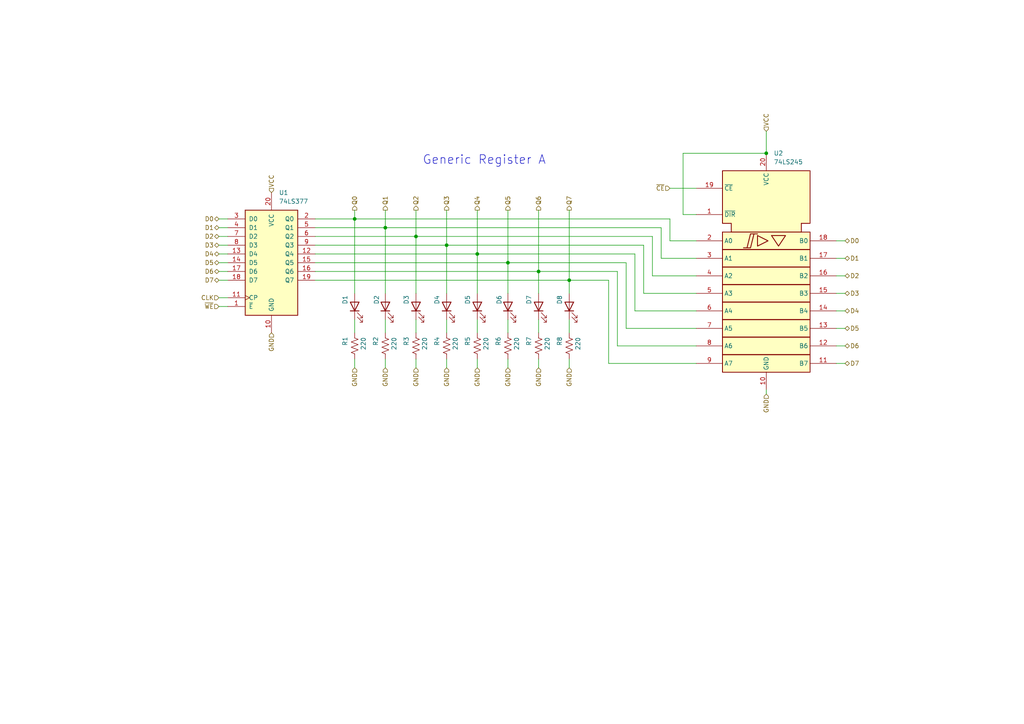
<source format=kicad_sch>
(kicad_sch (version 20250114) (generator "eeschema") (generator_version "9.0")
  (paper "A4")
  (title_block (title "Generic Register") (date "2025-11-16") (rev "1.0") (company "Marco Vettigli"))
  (lib_symbols
    (symbol "74xx:74LS377" (pin_names (offset 1.016))
      (property "Reference" "U" (at -7.62 16.51 0))
      (property "Value" "74LS377" (at -7.62 -16.51 0))
      (symbol "74LS377_1_0"
        (pin input line (at -12.7 12.7 0) (length 5.08) (name "D0") (number "3"))
        (pin input line (at -12.7 10.16 0) (length 5.08) (name "D1") (number "4"))
        (pin input line (at -12.7 7.62 0) (length 5.08) (name "D2") (number "7"))
        (pin input line (at -12.7 5.08 0) (length 5.08) (name "D3") (number "8"))
        (pin input line (at -12.7 2.54 0) (length 5.08) (name "D4") (number "13"))
        (pin input line (at -12.7 0 0) (length 5.08) (name "D5") (number "14"))
        (pin input line (at -12.7 -2.54 0) (length 5.08) (name "D6") (number "17"))
        (pin input line (at -12.7 -5.08 0) (length 5.08) (name "D7") (number "18"))
        (pin input clock (at -12.7 -10.16 0) (length 5.08) (name "CP") (number "11"))
        (pin input line (at -12.7 -12.7 0) (length 5.08) (name "~{E}") (number "1"))
        (pin power_in line (at 0 20.32 270) (length 5.08) (name "VCC") (number "20"))
        (pin power_in line (at 0 -20.32 90) (length 5.08) (name "GND") (number "10"))
        (pin output line (at 12.7 12.7 180) (length 5.08) (name "Q0") (number "2"))
        (pin output line (at 12.7 10.16 180) (length 5.08) (name "Q1") (number "5"))
        (pin output line (at 12.7 7.62 180) (length 5.08) (name "Q2") (number "6"))
        (pin output line (at 12.7 5.08 180) (length 5.08) (name "Q3") (number "9"))
        (pin output line (at 12.7 2.54 180) (length 5.08) (name "Q4") (number "12"))
        (pin output line (at 12.7 0 180) (length 5.08) (name "Q5") (number "15"))
        (pin output line (at 12.7 -2.54 180) (length 5.08) (name "Q6") (number "16"))
        (pin output line (at 12.7 -5.08 180) (length 5.08) (name "Q7") (number "19"))
      )
      (symbol "74LS377_1_1"
        (rectangle (start -7.62 15.24) (end 7.62 -15.24) (stroke (width 0.254)) (fill (type background)))
      )
    )
    (symbol "74xx_IEEE:74LS245"
      (property "Reference" "U" (at 15.24 25.4 0))
      (property "Value" "74LS245" (at 5.08 -30.48 0))
      (symbol "74LS245_0_0"
        (polyline (pts (xy -6.604 10.668) (xy -4.572 10.668) (xy -3.556 14.732) (xy -2.54 14.732) (xy -4.572 14.732) (xy -5.588 10.668) (xy -5.588 10.668)) (stroke (width 0.254)) (fill (type background)))
        (polyline (pts (xy -2.54 14.224) (xy -2.54 11.176) (xy 0.508 12.7) (xy -2.54 14.224) (xy -2.54 14.224)) (stroke (width 0.254)) (fill (type background)))
        (polyline (pts (xy 1.524 14.224) (xy 5.588 14.224) (xy 3.556 11.176) (xy 1.524 14.224) (xy 1.524 14.224)) (stroke (width 0.254)) (fill (type background)))
        (pin power_in line (at 0 38.1 270) (length 5.08) (name "VCC") (number "20"))
        (pin power_in line (at 0 -30.48 90) (length 5.08) (name "GND") (number "10"))
      )
      (symbol "74LS245_0_1"
        (rectangle (start -12.7 15.24) (end 12.7 10.16) (stroke (width 0.254)) (fill (type background)))
        (rectangle (start -12.7 10.16) (end 12.7 5.08) (stroke (width 0.254)) (fill (type background)))
        (rectangle (start -12.7 5.08) (end 12.7 0) (stroke (width 0.254)) (fill (type background)))
        (rectangle (start -12.7 0) (end 12.7 -5.08) (stroke (width 0.254)) (fill (type background)))
        (rectangle (start -12.7 -5.08) (end 12.7 -10.16) (stroke (width 0.254)) (fill (type background)))
        (rectangle (start -12.7 -10.16) (end 12.7 -15.24) (stroke (width 0.254)) (fill (type background)))
        (rectangle (start -12.7 -15.24) (end 12.7 -20.32) (stroke (width 0.254)) (fill (type background)))
        (rectangle (start -12.7 -20.32) (end 12.7 -25.4) (stroke (width 0.254)) (fill (type background)))
        (polyline (pts (xy -10.16 15.24) (xy -10.16 17.78) (xy -12.7 17.78) (xy -12.7 33.02) (xy 12.7 33.02) (xy 12.7 17.78) (xy 10.16 17.78) (xy 10.16 15.24) (xy 10.16 15.24)) (stroke (width 0.254)) (fill (type background)))
      )
      (symbol "74LS245_1_1"
        (pin input line (at -20.32 27.94 0) (length 7.62) (name "~{CE}") (number "19"))
        (pin input line (at -20.32 20.32 0) (length 7.62) (name "~{DIR}") (number "1"))
        (pin tri_state line (at -20.32 12.7 0) (length 7.62) (name "A0") (number "2"))
        (pin tri_state line (at -20.32 7.62 0) (length 7.62) (name "A1") (number "3"))
        (pin tri_state line (at -20.32 2.54 0) (length 7.62) (name "A2") (number "4"))
        (pin tri_state line (at -20.32 -2.54 0) (length 7.62) (name "A3") (number "5"))
        (pin tri_state line (at -20.32 -7.62 0) (length 7.62) (name "A4") (number "6"))
        (pin tri_state line (at -20.32 -12.7 0) (length 7.62) (name "A5") (number "7"))
        (pin tri_state line (at -20.32 -17.78 0) (length 7.62) (name "A6") (number "8"))
        (pin tri_state line (at -20.32 -22.86 0) (length 7.62) (name "A7") (number "9"))
        (pin tri_state line (at 20.32 12.7 180) (length 7.62) (name "B0") (number "18"))
        (pin tri_state line (at 20.32 7.62 180) (length 7.62) (name "B1") (number "17"))
        (pin tri_state line (at 20.32 2.54 180) (length 7.62) (name "B2") (number "16"))
        (pin tri_state line (at 20.32 -2.54 180) (length 7.62) (name "B3") (number "15"))
        (pin tri_state line (at 20.32 -7.62 180) (length 7.62) (name "B4") (number "14"))
        (pin tri_state line (at 20.32 -12.7 180) (length 7.62) (name "B5") (number "13"))
        (pin tri_state line (at 20.32 -17.78 180) (length 7.62) (name "B6") (number "12"))
        (pin tri_state line (at 20.32 -22.86 180) (length 7.62) (name "B7") (number "11"))
      )
    )
    (symbol "Device:LED" (pin_numbers (hide yes)) (pin_names (offset 1.016) (hide yes))
      (property "Reference" "D" (at 0 2.54 0))
      (property "Value" "LED" (at 0 -2.54 0))
      (symbol "LED_0_1"
        (polyline (pts (xy -3.048 -0.762) (xy -4.572 -2.286) (xy -3.81 -2.286) (xy -4.572 -2.286) (xy -4.572 -1.524)))
        (polyline (pts (xy -1.778 -0.762) (xy -3.302 -2.286) (xy -2.54 -2.286) (xy -3.302 -2.286) (xy -3.302 -1.524)))
        (polyline (pts (xy -1.27 0) (xy 1.27 0)))
        (polyline (pts (xy -1.27 -1.27) (xy -1.27 1.27)) (stroke (width 0.254)))
        (polyline (pts (xy 1.27 -1.27) (xy 1.27 1.27) (xy -1.27 0) (xy 1.27 -1.27)) (stroke (width 0.254)))
      )
      (symbol "LED_1_1"
        (pin passive line (at -3.81 0 0) (length 2.54) (name "K") (number "1"))
        (pin passive line (at 3.81 0 180) (length 2.54) (name "A") (number "2"))
      )
    )
    (symbol "Device:R_US" (pin_numbers (hide yes)) (pin_names (offset 0))
      (property "Reference" "R" (at 2.54 0 90))
      (property "Value" "R_US" (at -2.54 0 90))
      (symbol "R_US_0_1"
        (polyline (pts (xy 0 2.286) (xy 0 2.54)))
        (polyline (pts (xy 0 2.286) (xy 1.016 1.905) (xy 0 1.524) (xy -1.016 1.143) (xy 0 0.762)))
        (polyline (pts (xy 0 0.762) (xy 1.016 0.381) (xy 0 0) (xy -1.016 -0.381) (xy 0 -0.762)))
        (polyline (pts (xy 0 -0.762) (xy 1.016 -1.143) (xy 0 -1.524) (xy -1.016 -1.905) (xy 0 -2.286)))
        (polyline (pts (xy 0 -2.286) (xy 0 -2.54)))
      )
      (symbol "R_US_1_1"
        (pin passive line (at 0 3.81 270) (length 1.27) (name "~") (number "1"))
        (pin passive line (at 0 -3.81 90) (length 1.27) (name "~") (number "2"))
      )
    )
  )
  (text "Generic Register A" (at 140.462 46.482 0) (effects (font (size 2.54 2.54))))
  (junction (at 165.1 81.28))
  (junction (at 102.87 63.5))
  (junction (at 111.76 66.04))
  (junction (at 147.32 76.2))
  (junction (at 138.43 73.66))
  (junction (at 120.65 68.58))
  (junction (at 156.21 78.74))
  (junction (at 222.25 44.45))
  (junction (at 129.54 71.12))
  (wire (pts (xy 222.25 38.1) (xy 222.25 44.45)))
  (wire (pts (xy 147.32 106.68) (xy 147.32 104.14)))
  (wire (pts (xy 194.31 54.61) (xy 201.93 54.61)))
  (wire (pts (xy 156.21 78.74) (xy 179.07 78.74)))
  (wire (pts (xy 63.5 73.66) (xy 66.04 73.66)))
  (wire (pts (xy 138.43 60.96) (xy 138.43 73.66)))
  (wire (pts (xy 242.57 85.09) (xy 245.11 85.09)))
  (wire (pts (xy 242.57 74.93) (xy 245.11 74.93)))
  (wire (pts (xy 189.23 80.01) (xy 201.93 80.01)))
  (wire (pts (xy 91.44 68.58) (xy 120.65 68.58)))
  (wire (pts (xy 102.87 63.5) (xy 194.31 63.5)))
  (wire (pts (xy 91.44 76.2) (xy 147.32 76.2)))
  (wire (pts (xy 147.32 76.2) (xy 147.32 85.09)))
  (wire (pts (xy 147.32 76.2) (xy 181.61 76.2)))
  (wire (pts (xy 242.57 100.33) (xy 245.11 100.33)))
  (wire (pts (xy 63.5 63.5) (xy 66.04 63.5)))
  (wire (pts (xy 138.43 73.66) (xy 184.15 73.66)))
  (wire (pts (xy 156.21 96.52) (xy 156.21 92.71)))
  (wire (pts (xy 102.87 60.96) (xy 102.87 63.5)))
  (wire (pts (xy 165.1 81.28) (xy 165.1 85.09)))
  (wire (pts (xy 147.32 60.96) (xy 147.32 76.2)))
  (wire (pts (xy 91.44 63.5) (xy 102.87 63.5)))
  (wire (pts (xy 186.69 71.12) (xy 186.69 85.09)))
  (wire (pts (xy 102.87 96.52) (xy 102.87 92.71)))
  (wire (pts (xy 184.15 90.17) (xy 201.93 90.17)))
  (wire (pts (xy 181.61 76.2) (xy 181.61 95.25)))
  (wire (pts (xy 184.15 73.66) (xy 184.15 90.17)))
  (wire (pts (xy 129.54 71.12) (xy 129.54 85.09)))
  (wire (pts (xy 91.44 66.04) (xy 111.76 66.04)))
  (wire (pts (xy 147.32 96.52) (xy 147.32 92.71)))
  (wire (pts (xy 102.87 106.68) (xy 102.87 104.14)))
  (wire (pts (xy 194.31 69.85) (xy 201.93 69.85)))
  (wire (pts (xy 242.57 90.17) (xy 245.11 90.17)))
  (wire (pts (xy 156.21 106.68) (xy 156.21 104.14)))
  (wire (pts (xy 63.5 68.58) (xy 66.04 68.58)))
  (wire (pts (xy 120.65 96.52) (xy 120.65 92.71)))
  (wire (pts (xy 63.5 71.12) (xy 66.04 71.12)))
  (wire (pts (xy 111.76 66.04) (xy 191.77 66.04)))
  (wire (pts (xy 129.54 106.68) (xy 129.54 104.14)))
  (wire (pts (xy 242.57 105.41) (xy 245.11 105.41)))
  (wire (pts (xy 63.5 78.74) (xy 66.04 78.74)))
  (wire (pts (xy 111.76 66.04) (xy 111.76 85.09)))
  (wire (pts (xy 129.54 71.12) (xy 186.69 71.12)))
  (wire (pts (xy 120.65 68.58) (xy 120.65 85.09)))
  (wire (pts (xy 129.54 96.52) (xy 129.54 92.71)))
  (wire (pts (xy 242.57 80.01) (xy 245.11 80.01)))
  (wire (pts (xy 129.54 60.96) (xy 129.54 71.12)))
  (wire (pts (xy 179.07 100.33) (xy 201.93 100.33)))
  (wire (pts (xy 63.5 88.9) (xy 66.04 88.9)))
  (wire (pts (xy 198.12 44.45) (xy 198.12 62.23)))
  (wire (pts (xy 191.77 74.93) (xy 201.93 74.93)))
  (wire (pts (xy 91.44 78.74) (xy 156.21 78.74)))
  (wire (pts (xy 176.53 105.41) (xy 201.93 105.41)))
  (wire (pts (xy 120.65 68.58) (xy 189.23 68.58)))
  (wire (pts (xy 222.25 113.03) (xy 222.25 114.3)))
  (wire (pts (xy 198.12 62.23) (xy 201.93 62.23)))
  (wire (pts (xy 63.5 76.2) (xy 66.04 76.2)))
  (wire (pts (xy 63.5 66.04) (xy 66.04 66.04)))
  (wire (pts (xy 156.21 78.74) (xy 156.21 85.09)))
  (wire (pts (xy 138.43 96.52) (xy 138.43 92.71)))
  (wire (pts (xy 194.31 63.5) (xy 194.31 69.85)))
  (wire (pts (xy 165.1 60.96) (xy 165.1 81.28)))
  (wire (pts (xy 138.43 73.66) (xy 138.43 85.09)))
  (wire (pts (xy 222.25 44.45) (xy 198.12 44.45)))
  (wire (pts (xy 111.76 96.52) (xy 111.76 92.71)))
  (wire (pts (xy 176.53 81.28) (xy 176.53 105.41)))
  (wire (pts (xy 186.69 85.09) (xy 201.93 85.09)))
  (wire (pts (xy 111.76 106.68) (xy 111.76 104.14)))
  (wire (pts (xy 242.57 69.85) (xy 245.11 69.85)))
  (wire (pts (xy 63.5 86.36) (xy 66.04 86.36)))
  (wire (pts (xy 189.23 68.58) (xy 189.23 80.01)))
  (wire (pts (xy 242.57 95.25) (xy 245.11 95.25)))
  (wire (pts (xy 165.1 81.28) (xy 176.53 81.28)))
  (wire (pts (xy 191.77 66.04) (xy 191.77 74.93)))
  (wire (pts (xy 111.76 60.96) (xy 111.76 66.04)))
  (wire (pts (xy 179.07 78.74) (xy 179.07 100.33)))
  (wire (pts (xy 63.5 81.28) (xy 66.04 81.28)))
  (wire (pts (xy 102.87 63.5) (xy 102.87 85.09)))
  (wire (pts (xy 156.21 60.96) (xy 156.21 78.74)))
  (wire (pts (xy 165.1 96.52) (xy 165.1 92.71)))
  (wire (pts (xy 91.44 81.28) (xy 165.1 81.28)))
  (wire (pts (xy 138.43 106.68) (xy 138.43 104.14)))
  (wire (pts (xy 165.1 106.68) (xy 165.1 104.14)))
  (wire (pts (xy 181.61 95.25) (xy 201.93 95.25)))
  (wire (pts (xy 91.44 71.12) (xy 129.54 71.12)))
  (wire (pts (xy 120.65 106.68) (xy 120.65 104.14)))
  (wire (pts (xy 120.65 60.96) (xy 120.65 68.58)))
  (wire (pts (xy 91.44 73.66) (xy 138.43 73.66)))
  (hierarchical_label "GND" (shape input) (at 165.1 106.68 270))
  (hierarchical_label "Q3" (shape output) (at 129.54 60.96 90))
  (hierarchical_label "GND" (shape input) (at 138.43 106.68 270))
  (hierarchical_label "~{CE}" (shape input) (at 194.31 54.61 180))
  (hierarchical_label "D3" (shape tri_state) (at 245.11 85.09 0))
  (hierarchical_label "Q0" (shape output) (at 102.87 60.96 90))
  (hierarchical_label "GND" (shape input) (at 129.54 106.68 270))
  (hierarchical_label "D7" (shape tri_state) (at 245.11 105.41 0))
  (hierarchical_label "GND" (shape input) (at 156.21 106.68 270))
  (hierarchical_label "Q7" (shape output) (at 165.1 60.96 90))
  (hierarchical_label "D2" (shape tri_state) (at 245.11 80.01 0))
  (hierarchical_label "~{WE}" (shape input) (at 63.5 88.9 180))
  (hierarchical_label "Q1" (shape output) (at 111.76 60.96 90))
  (hierarchical_label "Q2" (shape output) (at 120.65 60.96 90))
  (hierarchical_label "Q6" (shape output) (at 156.21 60.96 90))
  (hierarchical_label "D3" (shape tri_state) (at 63.5 71.12 180))
  (hierarchical_label "VCC" (shape input) (at 222.25 38.1 90))
  (hierarchical_label "GND" (shape input) (at 222.25 114.3 270))
  (hierarchical_label "D0" (shape tri_state) (at 245.11 69.85 0))
  (hierarchical_label "Q5" (shape output) (at 147.32 60.96 90))
  (hierarchical_label "D1" (shape tri_state) (at 63.5 66.04 180))
  (hierarchical_label "GND" (shape input) (at 120.65 106.68 270))
  (hierarchical_label "Q4" (shape output) (at 138.43 60.96 90))
  (hierarchical_label "GND" (shape input) (at 147.32 106.68 270))
  (hierarchical_label "GND" (shape input) (at 111.76 106.68 270))
  (hierarchical_label "D5" (shape tri_state) (at 245.11 95.25 0))
  (hierarchical_label "D4" (shape tri_state) (at 245.11 90.17 0))
  (hierarchical_label "D2" (shape tri_state) (at 63.5 68.58 180))
  (hierarchical_label "D5" (shape tri_state) (at 63.5 76.2 180))
  (hierarchical_label "D0" (shape tri_state) (at 63.5 63.5 180))
  (hierarchical_label "D4" (shape tri_state) (at 63.5 73.66 180))
  (hierarchical_label "D1" (shape tri_state) (at 245.11 74.93 0))
  (hierarchical_label "GND" (shape input) (at 102.87 106.68 270))
  (hierarchical_label "D7" (shape tri_state) (at 63.5 81.28 180))
  (hierarchical_label "CLK" (shape input) (at 63.5 86.36 180))
  (hierarchical_label "D6" (shape tri_state) (at 63.5 78.74 180))
  (hierarchical_label "VCC" (shape input) (at 78.74 55.88 90))
  (hierarchical_label "GND" (shape input) (at 78.74 96.52 270))
  (hierarchical_label "D6" (shape tri_state) (at 245.11 100.33 0))
  (symbol (lib_id "Device:R_US") (at 111.76 100.33 0) (unit 1)
    (property "Reference" "R2" (at 108.966 100.33 90) (effects (justify left)))
    (property "Value" "220" (at 114.3 101.5999 90) (effects (justify left)))
    (property "Footprint" "Resistor_THT:R_Axial_DIN0207_L6.3mm_D2.5mm_P10.16mm_Horizontal" (effects (hide yes)))
    (property "Description" "Resistor, US symbol" (effects (hide yes)))
    (instances (project "Generic Registers" (path "" (reference "R2") (unit 1)) (path "" (reference "R10") (unit 1))))
  )
  (symbol (lib_id "Device:LED") (at 165.1 88.9 90) (unit 1)
    (property "Reference" "D8" (at 162.306 85.598 0) (effects (justify right)))
    (property "Value" "RED" (effects (hide yes)))
    (property "Footprint" "LED_THT:LED_D3.0mm" (effects (hide yes)))
    (property "Description" "Light emitting diode" (effects (hide yes)))
    (property "Sim.Pins" "1=K 2=A" (effects (hide yes)))
    (instances (project "Generic Registers" (path "" (reference "D8") (unit 1)) (path "" (reference "D16") (unit 1))))
  )
  (symbol (lib_id "Device:LED") (at 138.43 88.9 90) (unit 1)
    (property "Reference" "D5" (at 135.636 85.598 0) (effects (justify right)))
    (property "Value" "RED" (effects (hide yes)))
    (property "Footprint" "LED_THT:LED_D3.0mm" (effects (hide yes)))
    (property "Description" "Light emitting diode" (effects (hide yes)))
    (property "Sim.Pins" "1=K 2=A" (effects (hide yes)))
    (instances (project "Generic Registers" (path "" (reference "D5") (unit 1)) (path "" (reference "D13") (unit 1))))
  )
  (symbol (lib_id "Device:R_US") (at 102.87 100.33 0) (unit 1)
    (property "Reference" "R1" (at 100.076 100.33 90) (effects (justify left)))
    (property "Value" "220" (at 105.41 101.5999 90) (effects (justify left)))
    (property "Footprint" "Resistor_THT:R_Axial_DIN0207_L6.3mm_D2.5mm_P10.16mm_Horizontal" (effects (hide yes)))
    (property "Description" "Resistor, US symbol" (effects (hide yes)))
    (instances (project "Generic Registers" (path "" (reference "R1") (unit 1)) (path "" (reference "R9") (unit 1))))
  )
  (symbol (lib_id "Device:R_US") (at 129.54 100.33 0) (unit 1)
    (property "Reference" "R4" (at 126.746 100.33 90) (effects (justify left)))
    (property "Value" "220" (at 132.08 101.5999 90) (effects (justify left)))
    (property "Footprint" "Resistor_THT:R_Axial_DIN0207_L6.3mm_D2.5mm_P10.16mm_Horizontal" (effects (hide yes)))
    (property "Description" "Resistor, US symbol" (effects (hide yes)))
    (instances (project "Generic Registers" (path "" (reference "R4") (unit 1)) (path "" (reference "R12") (unit 1))))
  )
  (symbol (lib_id "Device:R_US") (at 147.32 100.33 0) (unit 1)
    (property "Reference" "R6" (at 144.526 100.33 90) (effects (justify left)))
    (property "Value" "220" (at 149.86 101.5999 90) (effects (justify left)))
    (property "Footprint" "Resistor_THT:R_Axial_DIN0207_L6.3mm_D2.5mm_P10.16mm_Horizontal" (effects (hide yes)))
    (property "Description" "Resistor, US symbol" (effects (hide yes)))
    (instances (project "Generic Registers" (path "" (reference "R6") (unit 1)) (path "" (reference "R14") (unit 1))))
  )
  (symbol (lib_id "Device:R_US") (at 156.21 100.33 0) (unit 1)
    (property "Reference" "R7" (at 153.416 100.33 90) (effects (justify left)))
    (property "Value" "220" (at 158.75 101.5999 90) (effects (justify left)))
    (property "Footprint" "Resistor_THT:R_Axial_DIN0207_L6.3mm_D2.5mm_P10.16mm_Horizontal" (effects (hide yes)))
    (property "Description" "Resistor, US symbol" (effects (hide yes)))
    (instances (project "Generic Registers" (path "" (reference "R7") (unit 1)) (path "" (reference "R15") (unit 1))))
  )
  (symbol (lib_id "Device:LED") (at 147.32 88.9 90) (unit 1)
    (property "Reference" "D6" (at 144.78 85.598 0) (effects (justify right)))
    (property "Value" "RED" (effects (hide yes)))
    (property "Footprint" "LED_THT:LED_D3.0mm" (effects (hide yes)))
    (property "Description" "Light emitting diode" (effects (hide yes)))
    (property "Sim.Pins" "1=K 2=A" (effects (hide yes)))
    (instances (project "Generic Registers" (path "" (reference "D6") (unit 1)) (path "" (reference "D14") (unit 1))))
  )
  (symbol (lib_id "Device:R_US") (at 138.43 100.33 0) (unit 1)
    (property "Reference" "R5" (at 135.636 100.33 90) (effects (justify left)))
    (property "Value" "220" (at 140.97 101.5999 90) (effects (justify left)))
    (property "Footprint" "Resistor_THT:R_Axial_DIN0207_L6.3mm_D2.5mm_P10.16mm_Horizontal" (effects (hide yes)))
    (property "Description" "Resistor, US symbol" (effects (hide yes)))
    (instances (project "Generic Registers" (path "" (reference "R5") (unit 1)) (path "" (reference "R13") (unit 1))))
  )
  (symbol (lib_id "Device:LED") (at 129.54 88.9 90) (unit 1)
    (property "Reference" "D4" (at 126.746 85.598 0) (effects (justify right)))
    (property "Value" "RED" (effects (hide yes)))
    (property "Footprint" "LED_THT:LED_D3.0mm" (effects (hide yes)))
    (property "Description" "Light emitting diode" (effects (hide yes)))
    (property "Sim.Pins" "1=K 2=A" (effects (hide yes)))
    (instances (project "Generic Registers" (path "" (reference "D4") (unit 1)) (path "" (reference "D12") (unit 1))))
  )
  (symbol (lib_id "Device:R_US") (at 165.1 100.33 0) (unit 1)
    (property "Reference" "R8" (at 162.306 100.33 90) (effects (justify left)))
    (property "Value" "220" (at 167.64 101.5999 90) (effects (justify left)))
    (property "Footprint" "Resistor_THT:R_Axial_DIN0207_L6.3mm_D2.5mm_P10.16mm_Horizontal" (effects (hide yes)))
    (property "Description" "Resistor, US symbol" (effects (hide yes)))
    (instances (project "Generic Registers" (path "" (reference "R8") (unit 1)) (path "" (reference "R16") (unit 1))))
  )
  (symbol (lib_id "74xx_IEEE:74LS245") (at 222.25 82.55 0) (unit 1)
    (property "Reference" "U2" (at 224.3933 44.45 0) (effects (justify left)))
    (property "Value" "74LS245" (at 224.3933 46.99 0) (effects (justify left)))
    (property "Footprint" "Package_DIP:DIP-20_W7.62mm" (effects (hide yes)))
    (instances (project "Generic Registers" (path "" (reference "U2") (unit 1)) (path "" (reference "U4") (unit 1))))
  )
  (symbol (lib_id "Device:LED") (at 120.65 88.9 90) (unit 1)
    (property "Reference" "D3" (at 117.856 85.598 0) (effects (justify right)))
    (property "Value" "RED" (effects (hide yes)))
    (property "Footprint" "LED_THT:LED_D3.0mm" (effects (hide yes)))
    (property "Description" "Light emitting diode" (effects (hide yes)))
    (property "Sim.Pins" "1=K 2=A" (effects (hide yes)))
    (instances (project "Generic Registers" (path "" (reference "D3") (unit 1)) (path "" (reference "D11") (unit 1))))
  )
  (symbol (lib_id "Device:LED") (at 102.87 88.9 90) (unit 1)
    (property "Reference" "D1" (at 100.076 85.598 0) (effects (justify right)))
    (property "Value" "RED" (effects (hide yes)))
    (property "Footprint" "LED_THT:LED_D3.0mm" (effects (hide yes)))
    (property "Description" "Light emitting diode" (effects (hide yes)))
    (property "Sim.Pins" "1=K 2=A" (effects (hide yes)))
    (instances (project "Generic Registers" (path "" (reference "D1") (unit 1)) (path "" (reference "D9") (unit 1))))
  )
  (symbol (lib_id "Device:R_US") (at 120.65 100.33 0) (unit 1)
    (property "Reference" "R3" (at 117.856 100.33 90) (effects (justify left)))
    (property "Value" "220" (at 123.19 101.5999 90) (effects (justify left)))
    (property "Footprint" "Resistor_THT:R_Axial_DIN0207_L6.3mm_D2.5mm_P10.16mm_Horizontal" (effects (hide yes)))
    (property "Description" "Resistor, US symbol" (effects (hide yes)))
    (instances (project "Generic Registers" (path "" (reference "R3") (unit 1)) (path "" (reference "R11") (unit 1))))
  )
  (symbol (lib_id "74xx:74LS377") (at 78.74 76.2 0) (unit 1)
    (property "Reference" "U1" (at 80.8833 55.88 0) (effects (justify left)))
    (property "Value" "74LS377" (at 80.8833 58.42 0) (effects (justify left)))
    (property "Footprint" "Package_DIP:DIP-20_W7.62mm" (effects (hide yes)))
    (property "Datasheet" "http://www.ti.com/lit/gpn/sn74LS377" (effects (hide yes)))
    (property "Description" "8-bit Register" (effects (hide yes)))
    (instances (project "Generic Registers" (path "" (reference "U1") (unit 1)) (path "" (reference "U3") (unit 1))))
  )
  (symbol (lib_id "Device:LED") (at 156.21 88.9 90) (unit 1)
    (property "Reference" "D7" (at 153.416 85.598 0) (effects (justify right)))
    (property "Value" "RED" (effects (hide yes)))
    (property "Footprint" "LED_THT:LED_D3.0mm" (effects (hide yes)))
    (property "Description" "Light emitting diode" (effects (hide yes)))
    (property "Sim.Pins" "1=K 2=A" (effects (hide yes)))
    (instances (project "Generic Registers" (path "" (reference "D7") (unit 1)) (path "" (reference "D15") (unit 1))))
  )
  (symbol (lib_id "Device:LED") (at 111.76 88.9 90) (unit 1)
    (property "Reference" "D2" (at 109.22 85.598 0) (effects (justify right)))
    (property "Value" "RED" (effects (hide yes)))
    (property "Footprint" "LED_THT:LED_D3.0mm" (effects (hide yes)))
    (property "Description" "Light emitting diode" (effects (hide yes)))
    (property "Sim.Pins" "1=K 2=A" (effects (hide yes)))
    (instances (project "Generic Registers" (path "" (reference "D2") (unit 1)) (path "" (reference "D10") (unit 1))))
  )
)
</source>
